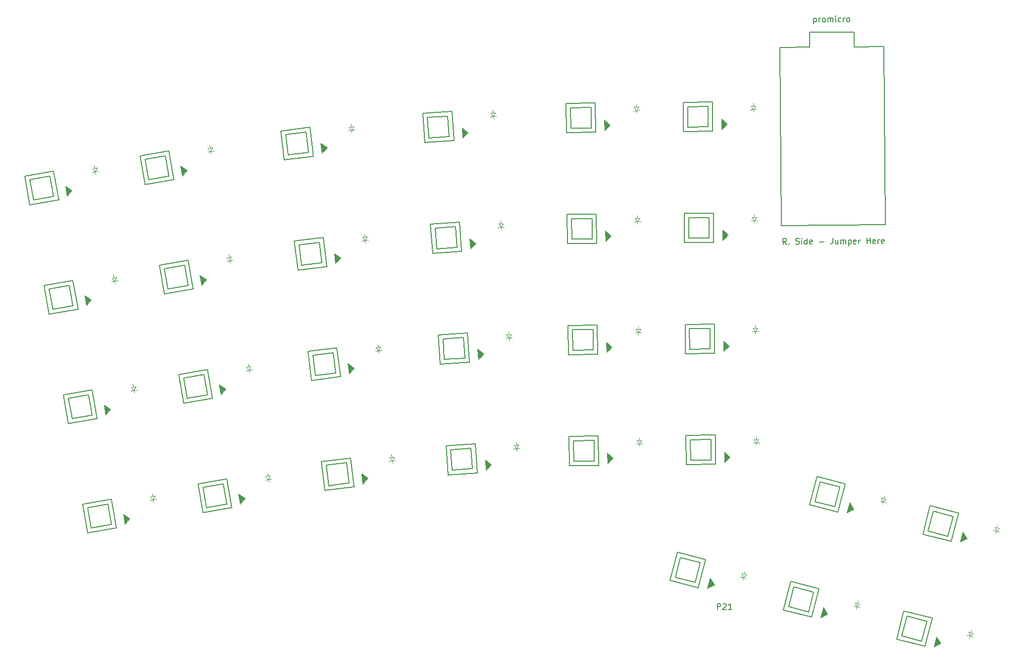
<source format=gbr>
%TF.GenerationSoftware,KiCad,Pcbnew,7.0.10-7.0.10~ubuntu22.04.1*%
%TF.CreationDate,2024-02-29T23:27:09-07:00*%
%TF.ProjectId,boardPcb,626f6172-6450-4636-922e-6b696361645f,v1.0.0*%
%TF.SameCoordinates,Original*%
%TF.FileFunction,Legend,Top*%
%TF.FilePolarity,Positive*%
%FSLAX46Y46*%
G04 Gerber Fmt 4.6, Leading zero omitted, Abs format (unit mm)*
G04 Created by KiCad (PCBNEW 7.0.10-7.0.10~ubuntu22.04.1) date 2024-02-29 23:27:09*
%MOMM*%
%LPD*%
G01*
G04 APERTURE LIST*
%ADD10C,0.150000*%
%ADD11C,0.100000*%
G04 APERTURE END LIST*
D10*
X239604779Y-200021819D02*
X239604779Y-199021819D01*
X239604779Y-199021819D02*
X239985731Y-199021819D01*
X239985731Y-199021819D02*
X240080969Y-199069438D01*
X240080969Y-199069438D02*
X240128588Y-199117057D01*
X240128588Y-199117057D02*
X240176207Y-199212295D01*
X240176207Y-199212295D02*
X240176207Y-199355152D01*
X240176207Y-199355152D02*
X240128588Y-199450390D01*
X240128588Y-199450390D02*
X240080969Y-199498009D01*
X240080969Y-199498009D02*
X239985731Y-199545628D01*
X239985731Y-199545628D02*
X239604779Y-199545628D01*
X240557160Y-199117057D02*
X240604779Y-199069438D01*
X240604779Y-199069438D02*
X240700017Y-199021819D01*
X240700017Y-199021819D02*
X240938112Y-199021819D01*
X240938112Y-199021819D02*
X241033350Y-199069438D01*
X241033350Y-199069438D02*
X241080969Y-199117057D01*
X241080969Y-199117057D02*
X241128588Y-199212295D01*
X241128588Y-199212295D02*
X241128588Y-199307533D01*
X241128588Y-199307533D02*
X241080969Y-199450390D01*
X241080969Y-199450390D02*
X240509541Y-200021819D01*
X240509541Y-200021819D02*
X241128588Y-200021819D01*
X242080969Y-200021819D02*
X241509541Y-200021819D01*
X241795255Y-200021819D02*
X241795255Y-199021819D01*
X241795255Y-199021819D02*
X241700017Y-199164676D01*
X241700017Y-199164676D02*
X241604779Y-199259914D01*
X241604779Y-199259914D02*
X241509541Y-199307533D01*
X251426771Y-137538612D02*
X251089295Y-137065349D01*
X250855364Y-137543599D02*
X250846637Y-136543637D01*
X250846637Y-136543637D02*
X251227575Y-136540312D01*
X251227575Y-136540312D02*
X251323225Y-136587098D01*
X251323225Y-136587098D02*
X251371258Y-136634300D01*
X251371258Y-136634300D02*
X251419706Y-136729119D01*
X251419706Y-136729119D02*
X251420953Y-136871971D01*
X251420953Y-136871971D02*
X251374167Y-136967621D01*
X251374167Y-136967621D02*
X251326965Y-137015654D01*
X251326965Y-137015654D02*
X251232146Y-137064102D01*
X251232146Y-137064102D02*
X250851208Y-137067426D01*
X251854495Y-137439638D02*
X251902528Y-137486839D01*
X251902528Y-137486839D02*
X251855326Y-137534872D01*
X251855326Y-137534872D02*
X251807293Y-137487670D01*
X251807293Y-137487670D02*
X251854495Y-137439638D01*
X251854495Y-137439638D02*
X251855326Y-137534872D01*
X253045341Y-137476866D02*
X253188608Y-137523237D01*
X253188608Y-137523237D02*
X253426694Y-137521159D01*
X253426694Y-137521159D02*
X253521513Y-137472711D01*
X253521513Y-137472711D02*
X253568715Y-137424678D01*
X253568715Y-137424678D02*
X253615501Y-137329028D01*
X253615501Y-137329028D02*
X253614670Y-137233793D01*
X253614670Y-137233793D02*
X253566222Y-137138974D01*
X253566222Y-137138974D02*
X253518189Y-137091773D01*
X253518189Y-137091773D02*
X253422539Y-137044987D01*
X253422539Y-137044987D02*
X253231654Y-136999032D01*
X253231654Y-136999032D02*
X253136004Y-136952245D01*
X253136004Y-136952245D02*
X253087972Y-136905044D01*
X253087972Y-136905044D02*
X253039523Y-136810225D01*
X253039523Y-136810225D02*
X253038692Y-136714990D01*
X253038692Y-136714990D02*
X253085478Y-136619340D01*
X253085478Y-136619340D02*
X253132680Y-136571308D01*
X253132680Y-136571308D02*
X253227499Y-136522859D01*
X253227499Y-136522859D02*
X253465585Y-136520782D01*
X253465585Y-136520782D02*
X253608852Y-136567152D01*
X254045718Y-137515757D02*
X254039901Y-136849116D01*
X254036992Y-136515795D02*
X253989790Y-136563828D01*
X253989790Y-136563828D02*
X254037823Y-136611029D01*
X254037823Y-136611029D02*
X254085025Y-136562997D01*
X254085025Y-136562997D02*
X254036992Y-136515795D01*
X254036992Y-136515795D02*
X254037823Y-136611029D01*
X254950445Y-137507861D02*
X254941719Y-136507899D01*
X254950030Y-137460244D02*
X254855211Y-137508693D01*
X254855211Y-137508693D02*
X254664742Y-137510355D01*
X254664742Y-137510355D02*
X254569092Y-137463569D01*
X254569092Y-137463569D02*
X254521059Y-137416367D01*
X254521059Y-137416367D02*
X254472611Y-137321548D01*
X254472611Y-137321548D02*
X254470118Y-137035845D01*
X254470118Y-137035845D02*
X254516904Y-136940195D01*
X254516904Y-136940195D02*
X254564105Y-136892162D01*
X254564105Y-136892162D02*
X254658924Y-136843713D01*
X254658924Y-136843713D02*
X254849393Y-136842051D01*
X254849393Y-136842051D02*
X254945043Y-136888837D01*
X255807140Y-137452764D02*
X255712321Y-137501213D01*
X255712321Y-137501213D02*
X255521852Y-137502875D01*
X255521852Y-137502875D02*
X255426202Y-137456089D01*
X255426202Y-137456089D02*
X255377754Y-137361270D01*
X255377754Y-137361270D02*
X255374430Y-136980332D01*
X255374430Y-136980332D02*
X255421216Y-136884682D01*
X255421216Y-136884682D02*
X255516035Y-136836234D01*
X255516035Y-136836234D02*
X255706504Y-136834571D01*
X255706504Y-136834571D02*
X255802154Y-136881357D01*
X255802154Y-136881357D02*
X255850602Y-136976176D01*
X255850602Y-136976176D02*
X255851433Y-137071411D01*
X255851433Y-137071411D02*
X255376092Y-137170801D01*
X257042280Y-137108639D02*
X257804156Y-137101991D01*
X259322505Y-136469669D02*
X259328738Y-137183927D01*
X259328738Y-137183927D02*
X259282368Y-137327195D01*
X259282368Y-137327195D02*
X259187964Y-137423260D01*
X259187964Y-137423260D02*
X259045528Y-137472124D01*
X259045528Y-137472124D02*
X258950294Y-137472955D01*
X260230141Y-136795094D02*
X260235959Y-137461735D01*
X259801586Y-136798834D02*
X259806157Y-137322624D01*
X259806157Y-137322624D02*
X259854606Y-137417443D01*
X259854606Y-137417443D02*
X259950256Y-137464229D01*
X259950256Y-137464229D02*
X260093107Y-137462982D01*
X260093107Y-137462982D02*
X260187926Y-137414534D01*
X260187926Y-137414534D02*
X260235128Y-137366501D01*
X260712132Y-137457580D02*
X260706314Y-136790939D01*
X260707145Y-136886173D02*
X260754347Y-136838140D01*
X260754347Y-136838140D02*
X260849166Y-136789692D01*
X260849166Y-136789692D02*
X260992017Y-136788445D01*
X260992017Y-136788445D02*
X261087667Y-136835232D01*
X261087667Y-136835232D02*
X261136116Y-136930050D01*
X261136116Y-136930050D02*
X261140687Y-137453840D01*
X261136116Y-136930050D02*
X261182902Y-136834400D01*
X261182902Y-136834400D02*
X261277721Y-136785952D01*
X261277721Y-136785952D02*
X261420572Y-136784705D01*
X261420572Y-136784705D02*
X261516222Y-136831492D01*
X261516222Y-136831492D02*
X261564671Y-136926310D01*
X261564671Y-136926310D02*
X261569242Y-137450100D01*
X262039596Y-136779303D02*
X262048323Y-137779265D01*
X262040012Y-136826921D02*
X262134831Y-136778472D01*
X262134831Y-136778472D02*
X262325300Y-136776810D01*
X262325300Y-136776810D02*
X262420950Y-136823596D01*
X262420950Y-136823596D02*
X262468982Y-136870798D01*
X262468982Y-136870798D02*
X262517431Y-136965617D01*
X262517431Y-136965617D02*
X262519924Y-137251320D01*
X262519924Y-137251320D02*
X262473138Y-137346970D01*
X262473138Y-137346970D02*
X262425936Y-137395003D01*
X262425936Y-137395003D02*
X262331117Y-137443451D01*
X262331117Y-137443451D02*
X262140648Y-137445113D01*
X262140648Y-137445113D02*
X262044998Y-137398327D01*
X263330664Y-137387108D02*
X263235845Y-137435556D01*
X263235845Y-137435556D02*
X263045376Y-137437218D01*
X263045376Y-137437218D02*
X262949726Y-137390432D01*
X262949726Y-137390432D02*
X262901277Y-137295613D01*
X262901277Y-137295613D02*
X262897953Y-136914675D01*
X262897953Y-136914675D02*
X262944739Y-136819025D01*
X262944739Y-136819025D02*
X263039558Y-136770577D01*
X263039558Y-136770577D02*
X263230027Y-136768915D01*
X263230027Y-136768915D02*
X263325677Y-136815701D01*
X263325677Y-136815701D02*
X263374125Y-136910520D01*
X263374125Y-136910520D02*
X263374957Y-137005754D01*
X263374957Y-137005754D02*
X262899615Y-137105144D01*
X263807252Y-137430569D02*
X263801434Y-136763928D01*
X263803096Y-136954397D02*
X263849882Y-136858747D01*
X263849882Y-136858747D02*
X263897084Y-136810714D01*
X263897084Y-136810714D02*
X263991903Y-136762266D01*
X263991903Y-136762266D02*
X264087137Y-136761435D01*
X265188152Y-137418518D02*
X265179426Y-136418556D01*
X265183581Y-136894729D02*
X265754988Y-136889742D01*
X265759559Y-137413532D02*
X265750832Y-136413570D01*
X266616254Y-137358435D02*
X266521435Y-137406883D01*
X266521435Y-137406883D02*
X266330966Y-137408545D01*
X266330966Y-137408545D02*
X266235316Y-137361759D01*
X266235316Y-137361759D02*
X266186867Y-137266940D01*
X266186867Y-137266940D02*
X266183543Y-136886002D01*
X266183543Y-136886002D02*
X266230329Y-136790352D01*
X266230329Y-136790352D02*
X266325148Y-136741904D01*
X266325148Y-136741904D02*
X266515617Y-136740242D01*
X266515617Y-136740242D02*
X266611267Y-136787028D01*
X266611267Y-136787028D02*
X266659715Y-136881847D01*
X266659715Y-136881847D02*
X266660546Y-136977081D01*
X266660546Y-136977081D02*
X266185205Y-137076471D01*
X267092842Y-137401896D02*
X267087024Y-136735255D01*
X267088686Y-136925724D02*
X267135472Y-136830074D01*
X267135472Y-136830074D02*
X267182674Y-136782041D01*
X267182674Y-136782041D02*
X267277493Y-136733593D01*
X267277493Y-136733593D02*
X267372727Y-136732762D01*
X268092388Y-137345553D02*
X267997569Y-137394001D01*
X267997569Y-137394001D02*
X267807101Y-137395663D01*
X267807101Y-137395663D02*
X267711451Y-137348877D01*
X267711451Y-137348877D02*
X267663002Y-137254058D01*
X267663002Y-137254058D02*
X267659678Y-136873120D01*
X267659678Y-136873120D02*
X267706464Y-136777470D01*
X267706464Y-136777470D02*
X267801283Y-136729022D01*
X267801283Y-136729022D02*
X267991752Y-136727360D01*
X267991752Y-136727360D02*
X268087402Y-136774146D01*
X268087402Y-136774146D02*
X268135850Y-136868965D01*
X268135850Y-136868965D02*
X268136681Y-136964199D01*
X268136681Y-136964199D02*
X267661340Y-137063589D01*
X256065345Y-98829993D02*
X256074072Y-99829955D01*
X256065761Y-98877610D02*
X256160579Y-98829162D01*
X256160579Y-98829162D02*
X256351048Y-98827500D01*
X256351048Y-98827500D02*
X256446698Y-98874286D01*
X256446698Y-98874286D02*
X256494731Y-98921487D01*
X256494731Y-98921487D02*
X256543180Y-99016306D01*
X256543180Y-99016306D02*
X256545673Y-99302010D01*
X256545673Y-99302010D02*
X256498887Y-99397660D01*
X256498887Y-99397660D02*
X256451685Y-99445693D01*
X256451685Y-99445693D02*
X256356866Y-99494141D01*
X256356866Y-99494141D02*
X256166397Y-99495803D01*
X256166397Y-99495803D02*
X256070747Y-99449017D01*
X256975890Y-99488739D02*
X256970073Y-98822097D01*
X256971735Y-99012566D02*
X257018521Y-98916916D01*
X257018521Y-98916916D02*
X257065723Y-98868884D01*
X257065723Y-98868884D02*
X257160541Y-98820435D01*
X257160541Y-98820435D02*
X257255776Y-98819604D01*
X257737766Y-99482090D02*
X257642116Y-99435304D01*
X257642116Y-99435304D02*
X257594084Y-99388102D01*
X257594084Y-99388102D02*
X257545635Y-99293283D01*
X257545635Y-99293283D02*
X257543142Y-99007580D01*
X257543142Y-99007580D02*
X257589928Y-98911930D01*
X257589928Y-98911930D02*
X257637130Y-98863897D01*
X257637130Y-98863897D02*
X257731949Y-98815449D01*
X257731949Y-98815449D02*
X257874800Y-98814202D01*
X257874800Y-98814202D02*
X257970450Y-98860988D01*
X257970450Y-98860988D02*
X258018483Y-98908190D01*
X258018483Y-98908190D02*
X258066932Y-99003009D01*
X258066932Y-99003009D02*
X258069425Y-99288712D01*
X258069425Y-99288712D02*
X258022639Y-99384362D01*
X258022639Y-99384362D02*
X257975437Y-99432395D01*
X257975437Y-99432395D02*
X257880618Y-99480843D01*
X257880618Y-99480843D02*
X257737766Y-99482090D01*
X258499642Y-99475441D02*
X258493825Y-98808800D01*
X258494656Y-98904034D02*
X258541857Y-98856002D01*
X258541857Y-98856002D02*
X258636676Y-98807553D01*
X258636676Y-98807553D02*
X258779528Y-98806307D01*
X258779528Y-98806307D02*
X258875178Y-98853093D01*
X258875178Y-98853093D02*
X258923626Y-98947912D01*
X258923626Y-98947912D02*
X258928197Y-99471701D01*
X258923626Y-98947912D02*
X258970412Y-98852262D01*
X258970412Y-98852262D02*
X259065231Y-98803813D01*
X259065231Y-98803813D02*
X259208083Y-98802567D01*
X259208083Y-98802567D02*
X259303733Y-98849353D01*
X259303733Y-98849353D02*
X259352181Y-98944172D01*
X259352181Y-98944172D02*
X259356752Y-99467961D01*
X259832924Y-99463806D02*
X259827107Y-98797164D01*
X259824198Y-98463844D02*
X259776996Y-98511877D01*
X259776996Y-98511877D02*
X259825029Y-98559078D01*
X259825029Y-98559078D02*
X259872231Y-98511046D01*
X259872231Y-98511046D02*
X259824198Y-98463844D01*
X259824198Y-98463844D02*
X259825029Y-98559078D01*
X260737236Y-99408293D02*
X260642417Y-99456741D01*
X260642417Y-99456741D02*
X260451948Y-99458404D01*
X260451948Y-99458404D02*
X260356298Y-99411617D01*
X260356298Y-99411617D02*
X260308265Y-99364416D01*
X260308265Y-99364416D02*
X260259817Y-99269597D01*
X260259817Y-99269597D02*
X260257324Y-98983893D01*
X260257324Y-98983893D02*
X260304110Y-98888243D01*
X260304110Y-98888243D02*
X260351311Y-98840211D01*
X260351311Y-98840211D02*
X260446130Y-98791762D01*
X260446130Y-98791762D02*
X260636599Y-98790100D01*
X260636599Y-98790100D02*
X260732249Y-98836886D01*
X261166207Y-99452170D02*
X261160389Y-98785529D01*
X261162051Y-98975998D02*
X261208837Y-98880348D01*
X261208837Y-98880348D02*
X261256039Y-98832315D01*
X261256039Y-98832315D02*
X261350858Y-98783867D01*
X261350858Y-98783867D02*
X261446092Y-98783036D01*
X261928083Y-99445522D02*
X261832433Y-99398735D01*
X261832433Y-99398735D02*
X261784400Y-99351534D01*
X261784400Y-99351534D02*
X261735952Y-99256715D01*
X261735952Y-99256715D02*
X261733458Y-98971011D01*
X261733458Y-98971011D02*
X261780245Y-98875361D01*
X261780245Y-98875361D02*
X261827446Y-98827329D01*
X261827446Y-98827329D02*
X261922265Y-98778880D01*
X261922265Y-98778880D02*
X262065117Y-98777634D01*
X262065117Y-98777634D02*
X262160767Y-98824420D01*
X262160767Y-98824420D02*
X262208800Y-98871621D01*
X262208800Y-98871621D02*
X262257248Y-98966440D01*
X262257248Y-98966440D02*
X262259741Y-99252144D01*
X262259741Y-99252144D02*
X262212955Y-99347794D01*
X262212955Y-99347794D02*
X262165753Y-99395827D01*
X262165753Y-99395827D02*
X262070935Y-99444275D01*
X262070935Y-99444275D02*
X261928083Y-99445522D01*
D11*
%TO.C,D17*%
X226274638Y-172054598D02*
X226271147Y-171654614D01*
X226271147Y-171654614D02*
X225721168Y-171659413D01*
X226271147Y-171654614D02*
X226821126Y-171649814D01*
X226271147Y-171654614D02*
X225865927Y-171058127D01*
X225865927Y-171058127D02*
X226665896Y-171051146D01*
X226265911Y-171054637D02*
X226261548Y-170554656D01*
X226665896Y-171051146D02*
X226271147Y-171654614D01*
%TO.C,D3*%
X136618634Y-144217410D02*
X136549175Y-143823487D01*
X136549175Y-143823487D02*
X136007531Y-143918993D01*
X136549175Y-143823487D02*
X137090819Y-143727980D01*
X136549175Y-143823487D02*
X136051063Y-143302061D01*
X136051063Y-143302061D02*
X136838909Y-143163143D01*
X136444986Y-143232602D02*
X136358162Y-142740198D01*
X136838909Y-143163143D02*
X136549175Y-143823487D01*
%TO.C,D15*%
X202658094Y-135001475D02*
X202630192Y-134602449D01*
X202630192Y-134602449D02*
X202081532Y-134640815D01*
X202630192Y-134602449D02*
X203178852Y-134564083D01*
X202630192Y-134602449D02*
X202189312Y-134031814D01*
X202189312Y-134031814D02*
X202987364Y-133976008D01*
X202588338Y-134003911D02*
X202553460Y-133505129D01*
X202987364Y-133976008D02*
X202630192Y-134602449D01*
D10*
%TO.C,LED50*%
X234259062Y-170234853D02*
X234302695Y-175234662D01*
X234302695Y-175234662D02*
X239302504Y-175191029D01*
X235015578Y-170978279D02*
X235046121Y-174478146D01*
X235046121Y-174478146D02*
X238545988Y-174447603D01*
X238515445Y-170947736D02*
X235015578Y-170978279D01*
X238545988Y-174447603D02*
X238515445Y-170947736D01*
X239258871Y-170191220D02*
X234259062Y-170234853D01*
X239302504Y-175191029D02*
X239258871Y-170191220D01*
D11*
X241791828Y-173956759D02*
X240799829Y-174877951D01*
X240783903Y-173053021D01*
X241791828Y-173956759D01*
G36*
X241791828Y-173956759D02*
G01*
X240799829Y-174877951D01*
X240783903Y-173053021D01*
X241791828Y-173956759D01*
G37*
%TO.C,D22*%
X246108072Y-152880790D02*
X246104581Y-152480806D01*
X246104581Y-152480806D02*
X245554602Y-152485605D01*
X246104581Y-152480806D02*
X246654560Y-152476006D01*
X246104581Y-152480806D02*
X245699361Y-151884319D01*
X245699361Y-151884319D02*
X246499330Y-151877338D01*
X246099345Y-151880829D02*
X246094982Y-151380848D01*
X246499330Y-151877338D02*
X246104581Y-152480806D01*
%TO.C,D28*%
X267809821Y-181989447D02*
X267909973Y-181602188D01*
X267909973Y-181602188D02*
X267377492Y-181464479D01*
X267909973Y-181602188D02*
X268442454Y-181739897D01*
X267909973Y-181602188D02*
X267672942Y-180921147D01*
X267672942Y-180921147D02*
X268447460Y-181121451D01*
X268060201Y-181021299D02*
X268185391Y-180537225D01*
X268447460Y-181121451D02*
X267909973Y-181602188D01*
%TO.C,D6*%
X159614105Y-159455794D02*
X159544646Y-159061871D01*
X159544646Y-159061871D02*
X159003002Y-159157377D01*
X159544646Y-159061871D02*
X160086290Y-158966364D01*
X159544646Y-159061871D02*
X159046534Y-158540445D01*
X159046534Y-158540445D02*
X159834380Y-158401527D01*
X159440457Y-158470986D02*
X159353633Y-157978582D01*
X159834380Y-158401527D02*
X159544646Y-159061871D01*
%TO.C,D23*%
X245942268Y-133881514D02*
X245938777Y-133481530D01*
X245938777Y-133481530D02*
X245388798Y-133486329D01*
X245938777Y-133481530D02*
X246488756Y-133476730D01*
X245938777Y-133481530D02*
X245533557Y-132885043D01*
X245533557Y-132885043D02*
X246333526Y-132878062D01*
X245933541Y-132881553D02*
X245929178Y-132381572D01*
X246333526Y-132878062D02*
X245938777Y-133481530D01*
%TO.C,D21*%
X246273876Y-171880067D02*
X246270385Y-171480083D01*
X246270385Y-171480083D02*
X245720406Y-171484882D01*
X246270385Y-171480083D02*
X246820364Y-171475283D01*
X246270385Y-171480083D02*
X245865165Y-170883596D01*
X245865165Y-170883596D02*
X246665134Y-170876615D01*
X246265149Y-170880106D02*
X246260786Y-170380125D01*
X246665134Y-170876615D02*
X246270385Y-171480083D01*
%TO.C,D29*%
X287172774Y-186997047D02*
X287272926Y-186609788D01*
X287272926Y-186609788D02*
X286740445Y-186472079D01*
X287272926Y-186609788D02*
X287805407Y-186747497D01*
X287272926Y-186609788D02*
X287035895Y-185928747D01*
X287035895Y-185928747D02*
X287810413Y-186129051D01*
X287423154Y-186028899D02*
X287548344Y-185544825D01*
X287810413Y-186129051D02*
X287272926Y-186609788D01*
%TO.C,D12*%
X177095732Y-118407813D02*
X177046984Y-118010794D01*
X177046984Y-118010794D02*
X176501084Y-118077822D01*
X177046984Y-118010794D02*
X177592885Y-117943766D01*
X177046984Y-118010794D02*
X176576844Y-117464014D01*
X176576844Y-117464014D02*
X177370881Y-117366519D01*
X176973863Y-117415266D02*
X176912928Y-116918993D01*
X177370881Y-117366519D02*
X177046984Y-118010794D01*
D10*
%TO.C,LED56*%
X271502293Y-200255664D02*
X270250393Y-205096402D01*
X270250393Y-205096402D02*
X275091131Y-206348302D01*
X272040619Y-201169560D02*
X271164289Y-204558076D01*
X271164289Y-204558076D02*
X274552805Y-205434406D01*
X275429135Y-202045890D02*
X272040619Y-201169560D01*
X274552805Y-205434406D02*
X275429135Y-202045890D01*
X276343031Y-201507564D02*
X271502293Y-200255664D01*
X275091131Y-206348302D02*
X276343031Y-201507564D01*
D11*
X277815086Y-205800373D02*
X276618467Y-206433428D01*
X277075410Y-204666558D01*
X277815086Y-205800373D01*
G36*
X277815086Y-205800373D02*
G01*
X276618467Y-206433428D01*
X277075410Y-204666558D01*
X277815086Y-205800373D01*
G37*
D10*
%TO.C,LED32*%
X124497057Y-144577774D02*
X125365298Y-149501813D01*
X125365298Y-149501813D02*
X130289337Y-148633572D01*
X125365899Y-145186144D02*
X125973668Y-148632971D01*
X125973668Y-148632971D02*
X129420495Y-148025202D01*
X128812726Y-144578375D02*
X125365899Y-145186144D01*
X129420495Y-148025202D02*
X128812726Y-144578375D01*
X129421096Y-143709533D02*
X124497057Y-144577774D01*
X130289337Y-148633572D02*
X129421096Y-143709533D01*
D11*
X132540808Y-147005372D02*
X131714454Y-148077657D01*
X131397546Y-146280383D01*
X132540808Y-147005372D01*
G36*
X132540808Y-147005372D02*
G01*
X131714454Y-148077657D01*
X131397546Y-146280383D01*
X132540808Y-147005372D01*
G37*
%TO.C,D2*%
X139917950Y-162928757D02*
X139848491Y-162534834D01*
X139848491Y-162534834D02*
X139306847Y-162630340D01*
X139848491Y-162534834D02*
X140390135Y-162439327D01*
X139848491Y-162534834D02*
X139350379Y-162013408D01*
X139350379Y-162013408D02*
X140138225Y-161874490D01*
X139744302Y-161943949D02*
X139657478Y-161451545D01*
X140138225Y-161874490D02*
X139848491Y-162534834D01*
D10*
%TO.C,LED37*%
X140893897Y-122393463D02*
X141762138Y-127317502D01*
X141762138Y-127317502D02*
X146686177Y-126449261D01*
X141762739Y-123001833D02*
X142370508Y-126448660D01*
X142370508Y-126448660D02*
X145817335Y-125840891D01*
X145209566Y-122394064D02*
X141762739Y-123001833D01*
X145817335Y-125840891D02*
X145209566Y-122394064D01*
X145817936Y-121525222D02*
X140893897Y-122393463D01*
X146686177Y-126449261D02*
X145817936Y-121525222D01*
D11*
X148937648Y-124821061D02*
X148111294Y-125893346D01*
X147794386Y-124096072D01*
X148937648Y-124821061D01*
G36*
X148937648Y-124821061D02*
G01*
X148111294Y-125893346D01*
X147794386Y-124096072D01*
X148937648Y-124821061D01*
G37*
D10*
%TO.C,LED44*%
X190565252Y-134092815D02*
X190914034Y-139080635D01*
X190914034Y-139080635D02*
X195901854Y-138731853D01*
X191365742Y-134788671D02*
X191609890Y-138280145D01*
X191609890Y-138280145D02*
X195101364Y-138035997D01*
X194857216Y-134544523D02*
X191365742Y-134788671D01*
X195101364Y-138035997D02*
X194857216Y-134544523D01*
X195553072Y-133744033D02*
X190565252Y-134092815D01*
X195901854Y-138731853D02*
X195553072Y-133744033D01*
D11*
X198311185Y-137347915D02*
X197377273Y-138327949D01*
X197249968Y-136507395D01*
X198311185Y-137347915D01*
G36*
X198311185Y-137347915D02*
G01*
X197377273Y-138327949D01*
X197249968Y-136507395D01*
X198311185Y-137347915D01*
G37*
D10*
%TO.C,LED36*%
X144193212Y-141104811D02*
X145061453Y-146028850D01*
X145061453Y-146028850D02*
X149985492Y-145160609D01*
X145062054Y-141713181D02*
X145669823Y-145160008D01*
X145669823Y-145160008D02*
X149116650Y-144552239D01*
X148508881Y-141105412D02*
X145062054Y-141713181D01*
X149116650Y-144552239D02*
X148508881Y-141105412D01*
X149117251Y-140236570D02*
X144193212Y-141104811D01*
X149985492Y-145160609D02*
X149117251Y-140236570D01*
D11*
X152236963Y-143532409D02*
X151410609Y-144604694D01*
X151093701Y-142807420D01*
X152236963Y-143532409D01*
G36*
X152236963Y-143532409D02*
G01*
X151410609Y-144604694D01*
X151093701Y-142807420D01*
X152236963Y-143532409D01*
G37*
D10*
%TO.C,LED48*%
X213928215Y-132410831D02*
X213971848Y-137410640D01*
X213971848Y-137410640D02*
X218971657Y-137367007D01*
X214684731Y-133154257D02*
X214715274Y-136654124D01*
X214715274Y-136654124D02*
X218215141Y-136623581D01*
X218184598Y-133123714D02*
X214684731Y-133154257D01*
X218215141Y-136623581D02*
X218184598Y-133123714D01*
X218928024Y-132367198D02*
X213928215Y-132410831D01*
X218971657Y-137367007D02*
X218928024Y-132367198D01*
D11*
X221460981Y-136132737D02*
X220468982Y-137053929D01*
X220453056Y-135228999D01*
X221460981Y-136132737D01*
G36*
X221460981Y-136132737D02*
G01*
X220468982Y-137053929D01*
X220453056Y-135228999D01*
X221460981Y-136132737D01*
G37*
%TO.C,D19*%
X225943029Y-134056045D02*
X225939538Y-133656061D01*
X225939538Y-133656061D02*
X225389559Y-133660860D01*
X225939538Y-133656061D02*
X226489517Y-133651261D01*
X225939538Y-133656061D02*
X225534318Y-133059574D01*
X225534318Y-133059574D02*
X226334287Y-133052593D01*
X225934302Y-133056084D02*
X225929939Y-132556103D01*
X226334287Y-133052593D02*
X225939538Y-133656061D01*
D10*
%TO.C,LED57*%
X256630214Y-177290628D02*
X255378314Y-182131366D01*
X255378314Y-182131366D02*
X260219052Y-183383266D01*
X257168540Y-178204524D02*
X256292210Y-181593040D01*
X256292210Y-181593040D02*
X259680726Y-182469370D01*
X260557056Y-179080854D02*
X257168540Y-178204524D01*
X259680726Y-182469370D02*
X260557056Y-179080854D01*
X261470952Y-178542528D02*
X256630214Y-177290628D01*
X260219052Y-183383266D02*
X261470952Y-178542528D01*
D11*
X262943007Y-182835337D02*
X261746388Y-183468392D01*
X262203331Y-181701522D01*
X262943007Y-182835337D01*
G36*
X262943007Y-182835337D02*
G01*
X261746388Y-183468392D01*
X262203331Y-181701522D01*
X262943007Y-182835337D01*
G37*
%TO.C,D25*%
X243955994Y-194939282D02*
X244056146Y-194552023D01*
X244056146Y-194552023D02*
X243523665Y-194414314D01*
X244056146Y-194552023D02*
X244588627Y-194689732D01*
X244056146Y-194552023D02*
X243819115Y-193870982D01*
X243819115Y-193870982D02*
X244593633Y-194071286D01*
X244206374Y-193971134D02*
X244331564Y-193487060D01*
X244593633Y-194071286D02*
X244056146Y-194552023D01*
%TO.C,D26*%
X263318947Y-199946882D02*
X263419099Y-199559623D01*
X263419099Y-199559623D02*
X262886618Y-199421914D01*
X263419099Y-199559623D02*
X263951580Y-199697332D01*
X263419099Y-199559623D02*
X263182068Y-198878582D01*
X263182068Y-198878582D02*
X263956586Y-199078886D01*
X263569327Y-198978734D02*
X263694517Y-198494660D01*
X263956586Y-199078886D02*
X263419099Y-199559623D01*
D10*
%TO.C,LED40*%
X167287424Y-136991666D02*
X167896771Y-141954397D01*
X167896771Y-141954397D02*
X172859502Y-141345050D01*
X168123236Y-137644674D02*
X168549779Y-141118585D01*
X168549779Y-141118585D02*
X172023690Y-140692042D01*
X171597147Y-137218131D02*
X168123236Y-137644674D01*
X172023690Y-140692042D02*
X171597147Y-137218131D01*
X172250155Y-136382319D02*
X167287424Y-136991666D01*
X172859502Y-141345050D02*
X172250155Y-136382319D01*
D11*
X175193101Y-139836914D02*
X174311760Y-140864482D01*
X174089349Y-139053085D01*
X175193101Y-139836914D01*
G36*
X175193101Y-139836914D02*
G01*
X174311760Y-140864482D01*
X174089349Y-139053085D01*
X175193101Y-139836914D01*
G37*
D10*
%TO.C,LED30*%
X131095688Y-182000469D02*
X131963929Y-186924508D01*
X131963929Y-186924508D02*
X136887968Y-186056267D01*
X131964530Y-182608839D02*
X132572299Y-186055666D01*
X132572299Y-186055666D02*
X136019126Y-185447897D01*
X135411357Y-182001070D02*
X131964530Y-182608839D01*
X136019126Y-185447897D02*
X135411357Y-182001070D01*
X136019727Y-181132228D02*
X131095688Y-182000469D01*
X136887968Y-186056267D02*
X136019727Y-181132228D01*
D11*
X139139439Y-184428067D02*
X138313085Y-185500352D01*
X137996177Y-183703078D01*
X139139439Y-184428067D01*
G36*
X139139439Y-184428067D02*
G01*
X138313085Y-185500352D01*
X137996177Y-183703078D01*
X139139439Y-184428067D01*
G37*
D10*
%TO.C,LED35*%
X147492527Y-159816158D02*
X148360768Y-164740197D01*
X148360768Y-164740197D02*
X153284807Y-163871956D01*
X148361369Y-160424528D02*
X148969138Y-163871355D01*
X148969138Y-163871355D02*
X152415965Y-163263586D01*
X151808196Y-159816759D02*
X148361369Y-160424528D01*
X152415965Y-163263586D02*
X151808196Y-159816759D01*
X152416566Y-158947917D02*
X147492527Y-159816158D01*
X153284807Y-163871956D02*
X152416566Y-158947917D01*
D11*
X155536278Y-162243756D02*
X154709924Y-163316041D01*
X154393016Y-161518767D01*
X155536278Y-162243756D01*
G36*
X155536278Y-162243756D02*
G01*
X154709924Y-163316041D01*
X154393016Y-161518767D01*
X155536278Y-162243756D01*
G37*
D10*
%TO.C,LED58*%
X275993167Y-182298228D02*
X274741267Y-187138966D01*
X274741267Y-187138966D02*
X279582005Y-188390866D01*
X276531493Y-183212124D02*
X275655163Y-186600640D01*
X275655163Y-186600640D02*
X279043679Y-187476970D01*
X279920009Y-184088454D02*
X276531493Y-183212124D01*
X279043679Y-187476970D02*
X279920009Y-184088454D01*
X280833905Y-183550128D02*
X275993167Y-182298228D01*
X279582005Y-188390866D02*
X280833905Y-183550128D01*
D11*
X282305960Y-187842937D02*
X281109341Y-188475992D01*
X281566284Y-186709122D01*
X282305960Y-187842937D01*
G36*
X282305960Y-187842937D02*
G01*
X281109341Y-188475992D01*
X281566284Y-186709122D01*
X282305960Y-187842937D01*
G37*
%TO.C,D1*%
X143217265Y-181640104D02*
X143147806Y-181246181D01*
X143147806Y-181246181D02*
X142606162Y-181341687D01*
X143147806Y-181246181D02*
X143689450Y-181150674D01*
X143147806Y-181246181D02*
X142649694Y-180724755D01*
X142649694Y-180724755D02*
X143437540Y-180585837D01*
X143043617Y-180655296D02*
X142956793Y-180162892D01*
X143437540Y-180585837D02*
X143147806Y-181246181D01*
D10*
%TO.C,LED53*%
X233761649Y-113237023D02*
X233805282Y-118236832D01*
X233805282Y-118236832D02*
X238805091Y-118193199D01*
X234518165Y-113980449D02*
X234548708Y-117480316D01*
X234548708Y-117480316D02*
X238048575Y-117449773D01*
X238018032Y-113949906D02*
X234518165Y-113980449D01*
X238048575Y-117449773D02*
X238018032Y-113949906D01*
X238761458Y-113193390D02*
X233761649Y-113237023D01*
X238805091Y-118193199D02*
X238761458Y-113193390D01*
D11*
X241294415Y-116958929D02*
X240302416Y-117880121D01*
X240286490Y-116055191D01*
X241294415Y-116958929D01*
G36*
X241294415Y-116958929D02*
G01*
X240302416Y-117880121D01*
X240286490Y-116055191D01*
X241294415Y-116958929D01*
G37*
D10*
%TO.C,LED54*%
X232776387Y-190240464D02*
X231524487Y-195081202D01*
X231524487Y-195081202D02*
X236365225Y-196333102D01*
X233314713Y-191154360D02*
X232438383Y-194542876D01*
X232438383Y-194542876D02*
X235826899Y-195419206D01*
X236703229Y-192030690D02*
X233314713Y-191154360D01*
X235826899Y-195419206D02*
X236703229Y-192030690D01*
X237617125Y-191492364D02*
X232776387Y-190240464D01*
X236365225Y-196333102D02*
X237617125Y-191492364D01*
D11*
X239089180Y-195785173D02*
X237892561Y-196418228D01*
X238349504Y-194651358D01*
X239089180Y-195785173D01*
G36*
X239089180Y-195785173D02*
G01*
X237892561Y-196418228D01*
X238349504Y-194651358D01*
X239089180Y-195785173D01*
G37*
%TO.C,D13*%
X205308840Y-172908909D02*
X205280938Y-172509883D01*
X205280938Y-172509883D02*
X204732278Y-172548249D01*
X205280938Y-172509883D02*
X205829598Y-172471517D01*
X205280938Y-172509883D02*
X204840058Y-171939248D01*
X204840058Y-171939248D02*
X205638110Y-171883442D01*
X205239084Y-171911345D02*
X205204206Y-171412563D01*
X205638110Y-171883442D02*
X205280938Y-172509883D01*
D10*
%TO.C,LED31*%
X127796372Y-163289121D02*
X128664613Y-168213160D01*
X128664613Y-168213160D02*
X133588652Y-167344919D01*
X128665214Y-163897491D02*
X129272983Y-167344318D01*
X129272983Y-167344318D02*
X132719810Y-166736549D01*
X132112041Y-163289722D02*
X128665214Y-163897491D01*
X132719810Y-166736549D02*
X132112041Y-163289722D01*
X132720411Y-162420880D02*
X127796372Y-163289121D01*
X133588652Y-167344919D02*
X132720411Y-162420880D01*
D11*
X135840123Y-165716719D02*
X135013769Y-166789004D01*
X134696861Y-164991730D01*
X135840123Y-165716719D01*
G36*
X135840123Y-165716719D02*
G01*
X135013769Y-166789004D01*
X134696861Y-164991730D01*
X135840123Y-165716719D01*
G37*
D10*
%TO.C,*%
X250290383Y-103852427D02*
X250556368Y-134331267D01*
X250556368Y-134331267D02*
X268335691Y-134176109D01*
X255348024Y-101268193D02*
X255370190Y-103808096D01*
X255370190Y-103808096D02*
X250290383Y-103852427D01*
X262967734Y-101201697D02*
X255348024Y-101268193D01*
X262989900Y-103741600D02*
X262967734Y-101201697D01*
X268069706Y-103697269D02*
X262989900Y-103741600D01*
X268069706Y-103697269D02*
X268335691Y-134176109D01*
%TO.C,LED41*%
X164971907Y-118133289D02*
X165581254Y-123096020D01*
X165581254Y-123096020D02*
X170543985Y-122486673D01*
X165807719Y-118786297D02*
X166234262Y-122260208D01*
X166234262Y-122260208D02*
X169708173Y-121833665D01*
X169281630Y-118359754D02*
X165807719Y-118786297D01*
X169708173Y-121833665D02*
X169281630Y-118359754D01*
X169934638Y-117523942D02*
X164971907Y-118133289D01*
X170543985Y-122486673D02*
X169934638Y-117523942D01*
D11*
X172877584Y-120978537D02*
X171996243Y-122006105D01*
X171773832Y-120194708D01*
X172877584Y-120978537D01*
G36*
X172877584Y-120978537D02*
G01*
X171996243Y-122006105D01*
X171773832Y-120194708D01*
X172877584Y-120978537D01*
G37*
%TO.C,D20*%
X225777225Y-115056768D02*
X225773734Y-114656784D01*
X225773734Y-114656784D02*
X225223755Y-114661583D01*
X225773734Y-114656784D02*
X226323713Y-114651984D01*
X225773734Y-114656784D02*
X225368514Y-114060297D01*
X225368514Y-114060297D02*
X226168483Y-114053316D01*
X225768498Y-114056807D02*
X225764135Y-113556826D01*
X226168483Y-114053316D02*
X225773734Y-114656784D01*
%TO.C,D14*%
X203983467Y-153955192D02*
X203955565Y-153556166D01*
X203955565Y-153556166D02*
X203406905Y-153594532D01*
X203955565Y-153556166D02*
X204504225Y-153517800D01*
X203955565Y-153556166D02*
X203514685Y-152985531D01*
X203514685Y-152985531D02*
X204312737Y-152929725D01*
X203913711Y-152957628D02*
X203878833Y-152458846D01*
X204312737Y-152929725D02*
X203955565Y-153556166D01*
D10*
%TO.C,LED51*%
X234093257Y-151235576D02*
X234136890Y-156235385D01*
X234136890Y-156235385D02*
X239136699Y-156191752D01*
X234849773Y-151979002D02*
X234880316Y-155478869D01*
X234880316Y-155478869D02*
X238380183Y-155448326D01*
X238349640Y-151948459D02*
X234849773Y-151979002D01*
X238380183Y-155448326D02*
X238349640Y-151948459D01*
X239093066Y-151191943D02*
X234093257Y-151235576D01*
X239136699Y-156191752D02*
X239093066Y-151191943D01*
D11*
X241626023Y-154957482D02*
X240634024Y-155878674D01*
X240618098Y-154053744D01*
X241626023Y-154957482D01*
G36*
X241626023Y-154957482D02*
G01*
X240634024Y-155878674D01*
X240618098Y-154053744D01*
X241626023Y-154957482D01*
G37*
D10*
%TO.C,LED34*%
X150791843Y-178527505D02*
X151660084Y-183451544D01*
X151660084Y-183451544D02*
X156584123Y-182583303D01*
X151660685Y-179135875D02*
X152268454Y-182582702D01*
X152268454Y-182582702D02*
X155715281Y-181974933D01*
X155107512Y-178528106D02*
X151660685Y-179135875D01*
X155715281Y-181974933D02*
X155107512Y-178528106D01*
X155715882Y-177659264D02*
X150791843Y-178527505D01*
X156584123Y-182583303D02*
X155715882Y-177659264D01*
D11*
X158835594Y-180955103D02*
X158009240Y-182027388D01*
X157692332Y-180230114D01*
X158835594Y-180955103D01*
G36*
X158835594Y-180955103D02*
G01*
X158009240Y-182027388D01*
X157692332Y-180230114D01*
X158835594Y-180955103D01*
G37*
D10*
%TO.C,LED39*%
X169602942Y-155850043D02*
X170212289Y-160812774D01*
X170212289Y-160812774D02*
X175175020Y-160203427D01*
X170438754Y-156503051D02*
X170865297Y-159976962D01*
X170865297Y-159976962D02*
X174339208Y-159550419D01*
X173912665Y-156076508D02*
X170438754Y-156503051D01*
X174339208Y-159550419D02*
X173912665Y-156076508D01*
X174565673Y-155240696D02*
X169602942Y-155850043D01*
X175175020Y-160203427D02*
X174565673Y-155240696D01*
D11*
X177508619Y-158695291D02*
X176627278Y-159722859D01*
X176404867Y-157911462D01*
X177508619Y-158695291D01*
G36*
X177508619Y-158695291D02*
G01*
X176627278Y-159722859D01*
X176404867Y-157911462D01*
X177508619Y-158695291D01*
G37*
D10*
%TO.C,LED43*%
X191890625Y-153046532D02*
X192239407Y-158034352D01*
X192239407Y-158034352D02*
X197227227Y-157685570D01*
X192691115Y-153742388D02*
X192935263Y-157233862D01*
X192935263Y-157233862D02*
X196426737Y-156989714D01*
X196182589Y-153498240D02*
X192691115Y-153742388D01*
X196426737Y-156989714D02*
X196182589Y-153498240D01*
X196878445Y-152697750D02*
X191890625Y-153046532D01*
X197227227Y-157685570D02*
X196878445Y-152697750D01*
D11*
X199636558Y-156301632D02*
X198702646Y-157281666D01*
X198575341Y-155461112D01*
X199636558Y-156301632D01*
G36*
X199636558Y-156301632D02*
G01*
X198702646Y-157281666D01*
X198575341Y-155461112D01*
X199636558Y-156301632D01*
G37*
%TO.C,D8*%
X153015474Y-122033099D02*
X152946015Y-121639176D01*
X152946015Y-121639176D02*
X152404371Y-121734682D01*
X152946015Y-121639176D02*
X153487659Y-121543669D01*
X152946015Y-121639176D02*
X152447903Y-121117750D01*
X152447903Y-121117750D02*
X153235749Y-120978832D01*
X152841826Y-121048291D02*
X152755002Y-120555887D01*
X153235749Y-120978832D02*
X152946015Y-121639176D01*
D10*
%TO.C,LED47*%
X214094019Y-151410107D02*
X214137652Y-156409916D01*
X214137652Y-156409916D02*
X219137461Y-156366283D01*
X214850535Y-152153533D02*
X214881078Y-155653400D01*
X214881078Y-155653400D02*
X218380945Y-155622857D01*
X218350402Y-152122990D02*
X214850535Y-152153533D01*
X218380945Y-155622857D02*
X218350402Y-152122990D01*
X219093828Y-151366474D02*
X214094019Y-151410107D01*
X219137461Y-156366283D02*
X219093828Y-151366474D01*
D11*
X221626785Y-155132013D02*
X220634786Y-156053205D01*
X220618860Y-154228275D01*
X221626785Y-155132013D01*
G36*
X221626785Y-155132013D02*
G01*
X220634786Y-156053205D01*
X220618860Y-154228275D01*
X221626785Y-155132013D01*
G37*
D10*
%TO.C,LED42*%
X193215998Y-172000249D02*
X193564780Y-176988069D01*
X193564780Y-176988069D02*
X198552600Y-176639287D01*
X194016488Y-172696105D02*
X194260636Y-176187579D01*
X194260636Y-176187579D02*
X197752110Y-175943431D01*
X197507962Y-172451957D02*
X194016488Y-172696105D01*
X197752110Y-175943431D02*
X197507962Y-172451957D01*
X198203818Y-171651467D02*
X193215998Y-172000249D01*
X198552600Y-176639287D02*
X198203818Y-171651467D01*
D11*
X200961931Y-175255349D02*
X200028019Y-176235383D01*
X199900714Y-174414829D01*
X200961931Y-175255349D01*
G36*
X200961931Y-175255349D02*
G01*
X200028019Y-176235383D01*
X199900714Y-174414829D01*
X200961931Y-175255349D01*
G37*
D10*
%TO.C,LED49*%
X213762411Y-113411554D02*
X213806044Y-118411363D01*
X213806044Y-118411363D02*
X218805853Y-118367730D01*
X214518927Y-114154980D02*
X214549470Y-117654847D01*
X214549470Y-117654847D02*
X218049337Y-117624304D01*
X218018794Y-114124437D02*
X214518927Y-114154980D01*
X218049337Y-117624304D02*
X218018794Y-114124437D01*
X218762220Y-113367921D02*
X213762411Y-113411554D01*
X218805853Y-118367730D02*
X218762220Y-113367921D01*
D11*
X221295177Y-117133460D02*
X220303178Y-118054652D01*
X220287252Y-116229722D01*
X221295177Y-117133460D01*
G36*
X221295177Y-117133460D02*
G01*
X220303178Y-118054652D01*
X220287252Y-116229722D01*
X221295177Y-117133460D01*
G37*
%TO.C,D7*%
X156314789Y-140744446D02*
X156245330Y-140350523D01*
X156245330Y-140350523D02*
X155703686Y-140446029D01*
X156245330Y-140350523D02*
X156786974Y-140255016D01*
X156245330Y-140350523D02*
X155747218Y-139829097D01*
X155747218Y-139829097D02*
X156535064Y-139690179D01*
X156141141Y-139759638D02*
X156054317Y-139267234D01*
X156535064Y-139690179D02*
X156245330Y-140350523D01*
D10*
%TO.C,LED46*%
X214259823Y-170409384D02*
X214303456Y-175409193D01*
X214303456Y-175409193D02*
X219303265Y-175365560D01*
X215016339Y-171152810D02*
X215046882Y-174652677D01*
X215046882Y-174652677D02*
X218546749Y-174622134D01*
X218516206Y-171122267D02*
X215016339Y-171152810D01*
X218546749Y-174622134D02*
X218516206Y-171122267D01*
X219259632Y-170365751D02*
X214259823Y-170409384D01*
X219303265Y-175365560D02*
X219259632Y-170365751D01*
D11*
X221792589Y-174131290D02*
X220800590Y-175052482D01*
X220784664Y-173227552D01*
X221792589Y-174131290D01*
G36*
X221792589Y-174131290D02*
G01*
X220800590Y-175052482D01*
X220784664Y-173227552D01*
X221792589Y-174131290D01*
G37*
D10*
%TO.C,LED55*%
X252139340Y-195248064D02*
X250887440Y-200088802D01*
X250887440Y-200088802D02*
X255728178Y-201340702D01*
X252677666Y-196161960D02*
X251801336Y-199550476D01*
X251801336Y-199550476D02*
X255189852Y-200426806D01*
X256066182Y-197038290D02*
X252677666Y-196161960D01*
X255189852Y-200426806D02*
X256066182Y-197038290D01*
X256980078Y-196499964D02*
X252139340Y-195248064D01*
X255728178Y-201340702D02*
X256980078Y-196499964D01*
D11*
X258452133Y-200792773D02*
X257255514Y-201425828D01*
X257712457Y-199658958D01*
X258452133Y-200792773D01*
G36*
X258452133Y-200792773D02*
G01*
X257255514Y-201425828D01*
X257712457Y-199658958D01*
X258452133Y-200792773D01*
G37*
D10*
%TO.C,LED45*%
X189239879Y-115139098D02*
X189588661Y-120126918D01*
X189588661Y-120126918D02*
X194576481Y-119778136D01*
X190040369Y-115834954D02*
X190284517Y-119326428D01*
X190284517Y-119326428D02*
X193775991Y-119082280D01*
X193531843Y-115590806D02*
X190040369Y-115834954D01*
X193775991Y-119082280D02*
X193531843Y-115590806D01*
X194227699Y-114790316D02*
X189239879Y-115139098D01*
X194576481Y-119778136D02*
X194227699Y-114790316D01*
D11*
X196985812Y-118394198D02*
X196051900Y-119374232D01*
X195924595Y-117553678D01*
X196985812Y-118394198D01*
G36*
X196985812Y-118394198D02*
G01*
X196051900Y-119374232D01*
X195924595Y-117553678D01*
X196985812Y-118394198D01*
G37*
%TO.C,D27*%
X282681900Y-204954482D02*
X282782052Y-204567223D01*
X282782052Y-204567223D02*
X282249571Y-204429514D01*
X282782052Y-204567223D02*
X283314533Y-204704932D01*
X282782052Y-204567223D02*
X282545021Y-203886182D01*
X282545021Y-203886182D02*
X283319539Y-204086486D01*
X282932280Y-203986334D02*
X283057470Y-203502260D01*
X283319539Y-204086486D02*
X282782052Y-204567223D01*
%TO.C,D9*%
X184042285Y-174982944D02*
X183993537Y-174585925D01*
X183993537Y-174585925D02*
X183447637Y-174652953D01*
X183993537Y-174585925D02*
X184539438Y-174518897D01*
X183993537Y-174585925D02*
X183523397Y-174039145D01*
X183523397Y-174039145D02*
X184317434Y-173941650D01*
X183920416Y-173990397D02*
X183859481Y-173494124D01*
X184317434Y-173941650D02*
X183993537Y-174585925D01*
%TO.C,D16*%
X201332721Y-116047758D02*
X201304819Y-115648732D01*
X201304819Y-115648732D02*
X200756159Y-115687098D01*
X201304819Y-115648732D02*
X201853479Y-115610366D01*
X201304819Y-115648732D02*
X200863939Y-115078097D01*
X200863939Y-115078097D02*
X201661991Y-115022291D01*
X201262965Y-115050194D02*
X201228087Y-114551412D01*
X201661991Y-115022291D02*
X201304819Y-115648732D01*
%TO.C,D18*%
X226108834Y-153055321D02*
X226105343Y-152655337D01*
X226105343Y-152655337D02*
X225555364Y-152660136D01*
X226105343Y-152655337D02*
X226655322Y-152650537D01*
X226105343Y-152655337D02*
X225700123Y-152058850D01*
X225700123Y-152058850D02*
X226500092Y-152051869D01*
X226100107Y-152055360D02*
X226095744Y-151555379D01*
X226500092Y-152051869D02*
X226105343Y-152655337D01*
%TO.C,D24*%
X245776464Y-114882237D02*
X245772973Y-114482253D01*
X245772973Y-114482253D02*
X245222994Y-114487052D01*
X245772973Y-114482253D02*
X246322952Y-114477453D01*
X245772973Y-114482253D02*
X245367753Y-113885766D01*
X245367753Y-113885766D02*
X246167722Y-113878785D01*
X245767737Y-113882276D02*
X245763374Y-113382295D01*
X246167722Y-113878785D02*
X245772973Y-114482253D01*
D10*
%TO.C,LED33*%
X121197742Y-125866427D02*
X122065983Y-130790466D01*
X122065983Y-130790466D02*
X126990022Y-129922225D01*
X122066584Y-126474797D02*
X122674353Y-129921624D01*
X122674353Y-129921624D02*
X126121180Y-129313855D01*
X125513411Y-125867028D02*
X122066584Y-126474797D01*
X126121180Y-129313855D02*
X125513411Y-125867028D01*
X126121781Y-124998186D02*
X121197742Y-125866427D01*
X126990022Y-129922225D02*
X126121781Y-124998186D01*
D11*
X129241493Y-128294025D02*
X128415139Y-129366310D01*
X128098231Y-127569036D01*
X129241493Y-128294025D01*
G36*
X129241493Y-128294025D02*
G01*
X128415139Y-129366310D01*
X128098231Y-127569036D01*
X129241493Y-128294025D01*
G37*
%TO.C,D4*%
X133319319Y-125506063D02*
X133249860Y-125112140D01*
X133249860Y-125112140D02*
X132708216Y-125207646D01*
X133249860Y-125112140D02*
X133791504Y-125016633D01*
X133249860Y-125112140D02*
X132751748Y-124590714D01*
X132751748Y-124590714D02*
X133539594Y-124451796D01*
X133145671Y-124521255D02*
X133058847Y-124028851D01*
X133539594Y-124451796D02*
X133249860Y-125112140D01*
%TO.C,D5*%
X162913420Y-178167141D02*
X162843961Y-177773218D01*
X162843961Y-177773218D02*
X162302317Y-177868724D01*
X162843961Y-177773218D02*
X163385605Y-177677711D01*
X162843961Y-177773218D02*
X162345849Y-177251792D01*
X162345849Y-177251792D02*
X163133695Y-177112874D01*
X162739772Y-177182333D02*
X162652948Y-176689929D01*
X163133695Y-177112874D02*
X162843961Y-177773218D01*
%TO.C,D11*%
X179411250Y-137266190D02*
X179362502Y-136869171D01*
X179362502Y-136869171D02*
X178816602Y-136936199D01*
X179362502Y-136869171D02*
X179908403Y-136802143D01*
X179362502Y-136869171D02*
X178892362Y-136322391D01*
X178892362Y-136322391D02*
X179686399Y-136224896D01*
X179289381Y-136273643D02*
X179228446Y-135777370D01*
X179686399Y-136224896D02*
X179362502Y-136869171D01*
D10*
%TO.C,LED52*%
X233927453Y-132236300D02*
X233971086Y-137236109D01*
X233971086Y-137236109D02*
X238970895Y-137192476D01*
X234683969Y-132979726D02*
X234714512Y-136479593D01*
X234714512Y-136479593D02*
X238214379Y-136449050D01*
X238183836Y-132949183D02*
X234683969Y-132979726D01*
X238214379Y-136449050D02*
X238183836Y-132949183D01*
X238927262Y-132192667D02*
X233927453Y-132236300D01*
X238970895Y-137192476D02*
X238927262Y-132192667D01*
D11*
X241460219Y-135958206D02*
X240468220Y-136879398D01*
X240452294Y-135054468D01*
X241460219Y-135958206D01*
G36*
X241460219Y-135958206D02*
G01*
X240468220Y-136879398D01*
X240452294Y-135054468D01*
X241460219Y-135958206D01*
G37*
D10*
%TO.C,LED38*%
X171918459Y-174708420D02*
X172527806Y-179671151D01*
X172527806Y-179671151D02*
X177490537Y-179061804D01*
X172754271Y-175361428D02*
X173180814Y-178835339D01*
X173180814Y-178835339D02*
X176654725Y-178408796D01*
X176228182Y-174934885D02*
X172754271Y-175361428D01*
X176654725Y-178408796D02*
X176228182Y-174934885D01*
X176881190Y-174099073D02*
X171918459Y-174708420D01*
X177490537Y-179061804D02*
X176881190Y-174099073D01*
D11*
X179824136Y-177553668D02*
X178942795Y-178581236D01*
X178720384Y-176769839D01*
X179824136Y-177553668D01*
G36*
X179824136Y-177553668D02*
G01*
X178942795Y-178581236D01*
X178720384Y-176769839D01*
X179824136Y-177553668D01*
G37*
%TO.C,D10*%
X181726767Y-156124567D02*
X181678019Y-155727548D01*
X181678019Y-155727548D02*
X181132119Y-155794576D01*
X181678019Y-155727548D02*
X182223920Y-155660520D01*
X181678019Y-155727548D02*
X181207879Y-155180768D01*
X181207879Y-155180768D02*
X182001916Y-155083273D01*
X181604898Y-155132020D02*
X181543963Y-154635747D01*
X182001916Y-155083273D02*
X181678019Y-155727548D01*
%TD*%
M02*

</source>
